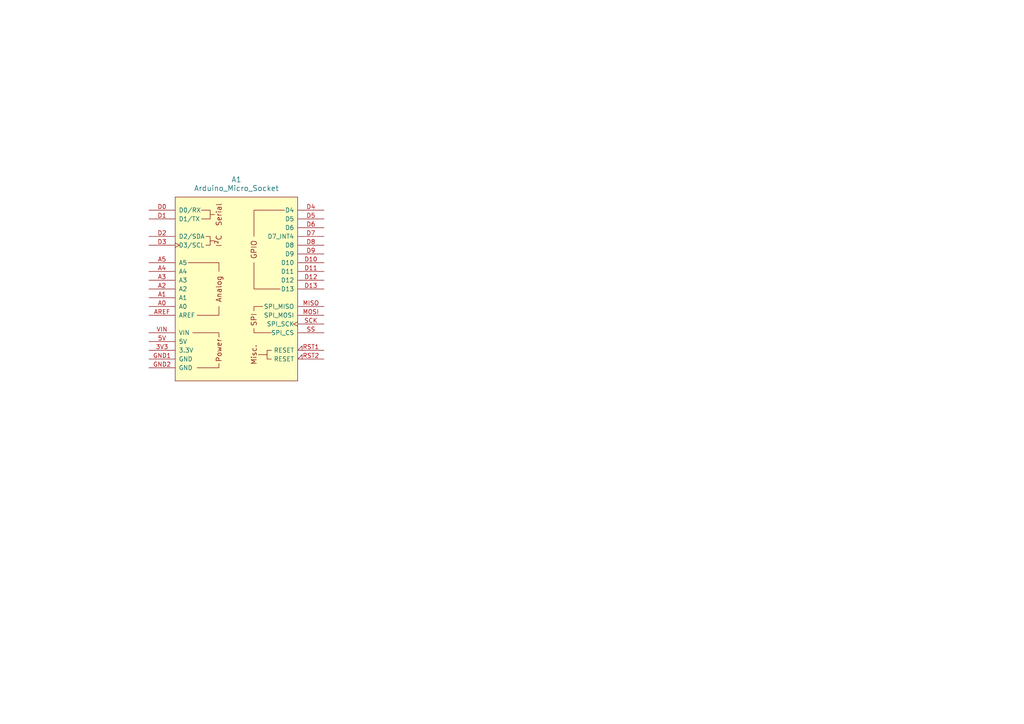
<source format=kicad_sch>
(kicad_sch (version 20230121) (generator eeschema)
  (paper "A4")
  (lib_symbols
    (symbol "PCM_arduino-library:Arduino_Micro_Socket" (pin_names (offset 1.016))
      (property "Reference" "A" (at 0 33.02 0))
      (property "Value" "Arduino_Micro_Socket" (at 0 29.21 0))
      (symbol "Arduino_Micro_Socket_0_0"
        (rectangle (start -17.78 26.67) (end 17.78 -26.67) (fill (type background)))
        (polyline (pts (xy -7.62 13.97) (xy -6.35 13.97)))
        (polyline (pts (xy -7.62 21.59) (xy -6.35 21.59)))
        (polyline (pts (xy 8.89 -19.05) (xy 6.35 -19.05)))
        (polyline (pts (xy -11.43 -22.86) (xy -5.08 -22.86) (xy -5.08 -21.59)))
        (polyline (pts (xy -5.08 -13.97) (xy -5.08 -12.7) (xy -12.7 -12.7)))
        (polyline (pts (xy -5.08 -5.08) (xy -5.08 -7.62) (xy -11.43 -7.62)))
        (polyline (pts (xy -5.08 5.08) (xy -5.08 7.62) (xy -13.97 7.62)))
        (polyline (pts (xy 5.08 -11.43) (xy 5.08 -12.7) (xy 10.16 -12.7)))
        (polyline (pts (xy 5.08 7.62) (xy 5.08 0) (xy 12.7 0)))
        (polyline (pts (xy 7.62 -5.08) (xy 5.08 -5.08) (xy 5.08 -6.35)))
        (polyline (pts (xy 13.97 22.86) (xy 5.08 22.86) (xy 5.08 15.24)))
        (polyline (pts (xy -10.16 22.86) (xy -7.62 22.86) (xy -7.62 20.32) (xy -10.16 20.32)))
        (polyline (pts (xy -8.89 15.24) (xy -7.62 15.24) (xy -7.62 12.7) (xy -8.89 12.7)))
        (text "Analog" (at -5.08 0 900) (effects (font (size 1.524 1.524))))
        (text "I²C" (at -5.08 13.97 900) (effects (font (size 1.524 1.524))))
        (text "Misc." (at 5.08 -19.05 900) (effects (font (size 1.524 1.524))))
        (text "Power" (at -5.08 -17.78 900) (effects (font (size 1.524 1.524))))
        (text "Serial" (at -5.08 21.59 900) (effects (font (size 1.524 1.524))))
        (text "SPI" (at 5.08 -8.89 900) (effects (font (size 1.524 1.524))))
      )
      (symbol "Arduino_Micro_Socket_0_1"
        (polyline (pts (xy 10.16 -17.78) (xy 8.89 -17.78) (xy 8.89 -20.32) (xy 10.16 -20.32)))
      )
      (symbol "Arduino_Micro_Socket_1_0"
        (text "GPIO" (at 5.08 11.43 900) (effects (font (size 1.524 1.524))))
      )
      (symbol "Arduino_Micro_Socket_1_1"
        (pin power_out line (at -25.4 -17.78 0) (length 7.62) (name "3.3V") (number "3V3"))
        (pin power_in line (at -25.4 -15.24 0) (length 7.62) (name "5V") (number "5V"))
        (pin bidirectional line (at -25.4 -5.08 0) (length 7.62) (name "A0") (number "A0"))
        (pin bidirectional line (at -25.4 -2.54 0) (length 7.62) (name "A1") (number "A1"))
        (pin bidirectional line (at -25.4 0 0) (length 7.62) (name "A2") (number "A2"))
        (pin bidirectional line (at -25.4 2.54 0) (length 7.62) (name "A3") (number "A3"))
        (pin bidirectional line (at -25.4 5.08 0) (length 7.62) (name "A4") (number "A4"))
        (pin bidirectional line (at -25.4 7.62 0) (length 7.62) (name "A5") (number "A5"))
        (pin input line (at -25.4 -7.62 0) (length 7.62) (name "AREF") (number "AREF"))
        (pin bidirectional line (at -25.4 22.86 0) (length 7.62) (name "D0/RX") (number "D0"))
        (pin bidirectional line (at -25.4 20.32 0) (length 7.62) (name "D1/TX") (number "D1"))
        (pin bidirectional line (at 25.4 7.62 180) (length 7.62) (name "D10") (number "D10"))
        (pin bidirectional line (at 25.4 5.08 180) (length 7.62) (name "D11") (number "D11"))
        (pin bidirectional line (at 25.4 2.54 180) (length 7.62) (name "D12") (number "D12"))
        (pin bidirectional line (at 25.4 0 180) (length 7.62) (name "D13") (number "D13"))
        (pin bidirectional line (at -25.4 15.24 0) (length 7.62) (name "D2/SDA") (number "D2"))
        (pin bidirectional clock (at -25.4 12.7 0) (length 7.62) (name "D3/SCL") (number "D3"))
        (pin bidirectional line (at 25.4 22.86 180) (length 7.62) (name "D4") (number "D4"))
        (pin bidirectional line (at 25.4 20.32 180) (length 7.62) (name "D5") (number "D5"))
        (pin bidirectional line (at 25.4 17.78 180) (length 7.62) (name "D6") (number "D6"))
        (pin bidirectional line (at 25.4 15.24 180) (length 7.62) (name "D7_INT4") (number "D7"))
        (pin bidirectional line (at 25.4 12.7 180) (length 7.62) (name "D8") (number "D8"))
        (pin bidirectional line (at 25.4 10.16 180) (length 7.62) (name "D9") (number "D9"))
        (pin power_in line (at -25.4 -20.32 0) (length 7.62) (name "GND") (number "GND1"))
        (pin power_in line (at -25.4 -22.86 0) (length 7.62) (name "GND") (number "GND2"))
        (pin input line (at 25.4 -5.08 180) (length 7.62) (name "SPI_MISO") (number "MISO"))
        (pin output line (at 25.4 -7.62 180) (length 7.62) (name "SPI_MOSI") (number "MOSI"))
        (pin open_collector input_low (at 25.4 -17.78 180) (length 7.62) (name "RESET") (number "RST1"))
        (pin open_collector input_low (at 25.4 -20.32 180) (length 7.62) (name "RESET") (number "RST2"))
        (pin output clock (at 25.4 -10.16 180) (length 7.62) (name "SPI_SCK") (number "SCK"))
        (pin bidirectional line (at 25.4 -12.7 180) (length 7.62) (name "SPI_CS") (number "SS"))
        (pin power_in line (at -25.4 -12.7 0) (length 7.62) (name "VIN") (number "VIN"))
      )
    )
  )
  (symbol (lib_id "PCM_arduino-library:Arduino_Micro_Socket") (at 68.58 83.82 0) (unit 1)
    (property "Reference" "A1" (at 68.58 52.07 0) (effects (font (size 1.524 1.524))))
    (property "Value" "Arduino_Micro_Socket" (at 68.58 54.61 0) (effects (font (size 1.524 1.524))))
    (property "Footprint" "PCM_arduino-library:Arduino_Micro_Socket" (effects hide))
    (property "Datasheet" "https://docs.arduino.cc/hardware/micro" (effects hide))
  )
)
</source>
